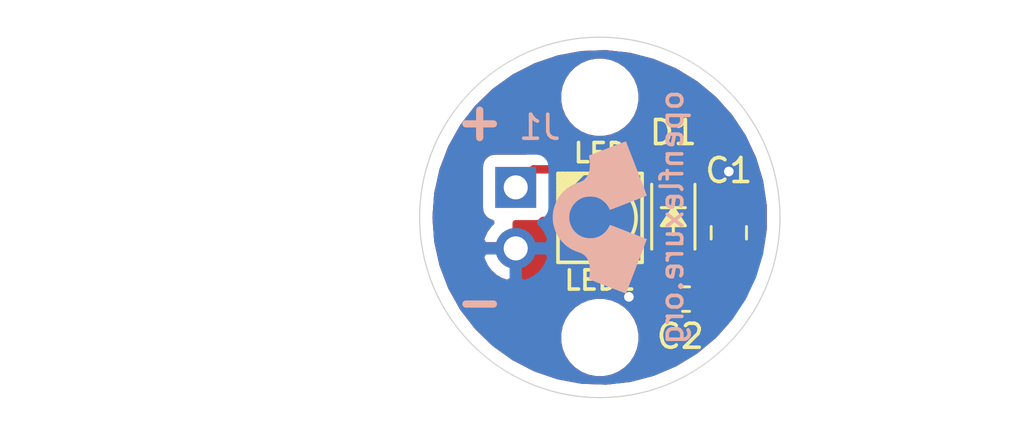
<source format=kicad_pcb>
(kicad_pcb (version 20171130) (host pcbnew 5.1.9)

  (general
    (thickness 1.6)
    (drawings 6)
    (tracks 20)
    (zones 0)
    (modules 8)
    (nets 4)
  )

  (page A4)
  (layers
    (0 F.Cu signal)
    (31 B.Cu signal)
    (32 B.Adhes user)
    (33 F.Adhes user)
    (34 B.Paste user)
    (35 F.Paste user)
    (36 B.SilkS user)
    (37 F.SilkS user)
    (38 B.Mask user)
    (39 F.Mask user)
    (40 Dwgs.User user)
    (41 Cmts.User user)
    (42 Eco1.User user)
    (43 Eco2.User user)
    (44 Edge.Cuts user)
    (45 Margin user)
    (46 B.CrtYd user)
    (47 F.CrtYd user)
    (48 B.Fab user)
    (49 F.Fab user)
  )

  (setup
    (last_trace_width 0.35)
    (trace_clearance 0.2)
    (zone_clearance 0.508)
    (zone_45_only no)
    (trace_min 0.2)
    (via_size 0.8)
    (via_drill 0.4)
    (via_min_size 0.4)
    (via_min_drill 0.3)
    (uvia_size 0.3)
    (uvia_drill 0.1)
    (uvias_allowed no)
    (uvia_min_size 0.2)
    (uvia_min_drill 0.1)
    (edge_width 0.05)
    (segment_width 0.2)
    (pcb_text_width 0.3)
    (pcb_text_size 1.5 1.5)
    (mod_edge_width 0.12)
    (mod_text_size 1 1)
    (mod_text_width 0.15)
    (pad_size 1.524 1.524)
    (pad_drill 0.762)
    (pad_to_mask_clearance 0.051)
    (solder_mask_min_width 0.25)
    (aux_axis_origin 0 0)
    (grid_origin 170 85)
    (visible_elements FFFFFF7F)
    (pcbplotparams
      (layerselection 0x010f0_ffffffff)
      (usegerberextensions false)
      (usegerberattributes false)
      (usegerberadvancedattributes false)
      (creategerberjobfile false)
      (excludeedgelayer true)
      (linewidth 0.100000)
      (plotframeref false)
      (viasonmask false)
      (mode 1)
      (useauxorigin false)
      (hpglpennumber 1)
      (hpglpenspeed 20)
      (hpglpendiameter 15.000000)
      (psnegative false)
      (psa4output false)
      (plotreference true)
      (plotvalue true)
      (plotinvisibletext false)
      (padsonsilk false)
      (subtractmaskfromsilk false)
      (outputformat 1)
      (mirror false)
      (drillshape 0)
      (scaleselection 1)
      (outputdirectory "gerbers/"))
  )

  (net 0 "")
  (net 1 GND)
  (net 2 "Net-(C1-Pad1)")
  (net 3 "Net-(D1-Pad1)")

  (net_class Default "This is the default net class."
    (clearance 0.2)
    (trace_width 0.35)
    (via_dia 0.8)
    (via_drill 0.4)
    (uvia_dia 0.3)
    (uvia_drill 0.1)
    (add_net GND)
    (add_net "Net-(C1-Pad1)")
    (add_net "Net-(D1-Pad1)")
  )

  (module Custom:PinHeader_1x02_P2.54mm_Horizontal (layer B.Cu) (tedit 6081C4A1) (tstamp 5F88D936)
    (at 166.5 83.75 180)
    (descr "Through hole angled pin header, 1x02, 2.54mm pitch, 6mm pin length, single row")
    (tags "Through hole angled pin header THT 1x02 2.54mm single row")
    (path /5F892E99)
    (fp_text reference J1 (at -1 2.5) (layer B.SilkS)
      (effects (font (size 1 1) (thickness 0.15)) (justify mirror))
    )
    (fp_text value Conn_01x02 (at 4.385 -4.81) (layer B.Fab)
      (effects (font (size 1 1) (thickness 0.15)) (justify mirror))
    )
    (fp_line (start 2.135 1.27) (end 4.04 1.27) (layer B.Fab) (width 0.1))
    (fp_line (start 4.04 1.27) (end 4.04 -3.81) (layer B.Fab) (width 0.1))
    (fp_line (start 4.04 -3.81) (end 1.5 -3.81) (layer B.Fab) (width 0.1))
    (fp_line (start 1.5 -3.81) (end 1.5 0.635) (layer B.Fab) (width 0.1))
    (fp_line (start 1.5 0.635) (end 2.135 1.27) (layer B.Fab) (width 0.1))
    (fp_line (start -0.32 0.32) (end 1.5 0.32) (layer B.Fab) (width 0.1))
    (fp_line (start -0.32 0.32) (end -0.32 -0.32) (layer B.Fab) (width 0.1))
    (fp_line (start -0.32 -0.32) (end 1.5 -0.32) (layer B.Fab) (width 0.1))
    (fp_line (start 4.04 0.32) (end 10.04 0.32) (layer B.Fab) (width 0.1))
    (fp_line (start 10.04 0.32) (end 10.04 -0.32) (layer B.Fab) (width 0.1))
    (fp_line (start 4.04 -0.32) (end 10.04 -0.32) (layer B.Fab) (width 0.1))
    (fp_line (start -0.32 -2.22) (end 1.5 -2.22) (layer B.Fab) (width 0.1))
    (fp_line (start -0.32 -2.22) (end -0.32 -2.86) (layer B.Fab) (width 0.1))
    (fp_line (start -0.32 -2.86) (end 1.5 -2.86) (layer B.Fab) (width 0.1))
    (fp_line (start 4.04 -2.22) (end 10.04 -2.22) (layer B.Fab) (width 0.1))
    (fp_line (start 10.04 -2.22) (end 10.04 -2.86) (layer B.Fab) (width 0.1))
    (fp_line (start 4.04 -2.86) (end 10.04 -2.86) (layer B.Fab) (width 0.1))
    (fp_line (start -1.8 1.8) (end -1.8 -4.35) (layer B.CrtYd) (width 0.05))
    (fp_line (start -1.8 -4.35) (end 10.55 -4.35) (layer B.CrtYd) (width 0.05))
    (fp_line (start 10.55 -4.35) (end 10.55 1.8) (layer B.CrtYd) (width 0.05))
    (fp_line (start 10.55 1.8) (end -1.8 1.8) (layer B.CrtYd) (width 0.05))
    (fp_text user %R (at 2.77 -1.27 -90) (layer B.Fab)
      (effects (font (size 1 1) (thickness 0.15)) (justify mirror))
    )
    (pad 2 thru_hole oval (at 0 -2.54 180) (size 1.7 1.7) (drill 1) (layers *.Cu *.Mask)
      (net 1 GND))
    (pad 1 thru_hole rect (at 0 0 180) (size 1.7 1.7) (drill 1) (layers *.Cu *.Mask)
      (net 2 "Net-(C1-Pad1)"))
    (model ${KISYS3DMOD}/Connector_PinHeader_2.54mm.3dshapes/PinHeader_1x02_P2.54mm_Horizontal.wrl
      (at (xyz 0 0 0))
      (scale (xyz 1 1 1))
      (rotate (xyz 0 0 0))
    )
  )

  (module Custom:Luxeon_3535L (layer F.Cu) (tedit 6074793B) (tstamp 605981C2)
    (at 170.01 85.02 180)
    (descr "Luxeon 3535L")
    (path /5F887C3E)
    (attr smd)
    (fp_text reference LED1 (at 0 -2.6) (layer F.SilkS)
      (effects (font (size 0.8 0.8) (thickness 0.15)))
    )
    (fp_text value LED (at 0 2.7) (layer F.SilkS)
      (effects (font (size 0.8 0.8) (thickness 0.15)))
    )
    (fp_line (start -1.75 -1.85) (end 1.75 -1.85) (layer F.SilkS) (width 0.15))
    (fp_line (start 1.75 -1.85) (end 1.75 1.85) (layer F.SilkS) (width 0.15))
    (fp_line (start 1.75 1.85) (end -1.75 1.85) (layer F.SilkS) (width 0.15))
    (fp_line (start -1.75 1.85) (end -1.75 -1.85) (layer F.SilkS) (width 0.15))
    (fp_circle (center 0 0) (end 1.5 0) (layer F.SilkS) (width 0.15))
    (fp_line (start 1 1.85) (end 1.75 1.1) (layer F.SilkS) (width 0.15))
    (fp_line (start 0.85 1.85) (end 1.75 0.95) (layer F.SilkS) (width 0.15))
    (fp_line (start 0.7 1.85) (end 1.75 0.8) (layer F.SilkS) (width 0.15))
    (fp_line (start 1.15 1.85) (end 1.75 1.25) (layer F.SilkS) (width 0.15))
    (fp_line (start 1.35 1.85) (end 1.75 1.45) (layer F.SilkS) (width 0.15))
    (fp_line (start 1.55 1.85) (end 1.75 1.65) (layer F.SilkS) (width 0.15))
    (pad 1 smd rect (at 0.835 0 180) (size 2.13 2.6) (layers F.Cu F.Paste F.Mask)
      (net 1 GND) (solder_paste_margin -0.05))
    (pad 2 smd rect (at -1.39 0 180) (size 1.02 2.6) (layers F.Cu F.Paste F.Mask)
      (net 3 "Net-(D1-Pad1)") (solder_paste_margin -0.05))
    (model ${KIPRJMOD}/Custom.pretty/3d/L135-40800CHV00001.step
      (at (xyz 0 0 0))
      (scale (xyz 1 1 1))
      (rotate (xyz -90 0 0))
    )
  )

  (module Custom:SOD3716X135N (layer F.Cu) (tedit 6058FB64) (tstamp 605A06CD)
    (at 173.06 84.97 270)
    (path /6058CCAD)
    (attr smd)
    (fp_text reference D1 (at -3.5 0 180) (layer F.SilkS)
      (effects (font (size 1 1) (thickness 0.15)))
    )
    (fp_text value NSI45020T1G (at 3.47715 1.87031 90) (layer F.Fab)
      (effects (font (size 0.801417 0.801417) (thickness 0.015)))
    )
    (fp_line (start 0.75 0) (end -0.75 0) (layer F.SilkS) (width 0.127))
    (fp_line (start -0.375 -0.5) (end -0.375 0.5) (layer F.SilkS) (width 0.127))
    (fp_poly (pts (xy -0.375 0) (xy 0.375 -0.5) (xy 0.375 0.5)) (layer F.SilkS) (width 0.127))
    (fp_line (start -2.54 1.15) (end -2.54 -1.15) (layer F.CrtYd) (width 0.05))
    (fp_line (start 2.54 1.15) (end -2.54 1.15) (layer F.CrtYd) (width 0.05))
    (fp_line (start 2.54 -1.15) (end 2.54 1.15) (layer F.CrtYd) (width 0.05))
    (fp_line (start -2.54 -1.15) (end 2.54 -1.15) (layer F.CrtYd) (width 0.05))
    (fp_line (start -1.35 0.9) (end 1.35 0.9) (layer F.SilkS) (width 0.127))
    (fp_line (start -1.35 -0.9) (end 1.35 -0.9) (layer F.SilkS) (width 0.127))
    (fp_line (start 1.42 0.9) (end -1.42 0.9) (layer F.Fab) (width 0.127))
    (fp_line (start 1.42 -0.9) (end 1.42 0.9) (layer F.Fab) (width 0.127))
    (fp_line (start -1.42 -0.9) (end 1.42 -0.9) (layer F.Fab) (width 0.127))
    (fp_line (start -1.42 0.9) (end -1.42 -0.9) (layer F.Fab) (width 0.127))
    (pad 1 smd rect (at -1.73 0 270) (size 1.12 0.8) (layers F.Cu F.Paste F.Mask)
      (net 3 "Net-(D1-Pad1)"))
    (pad 2 smd rect (at 1.73 0 270) (size 1.12 0.8) (layers F.Cu F.Paste F.Mask)
      (net 2 "Net-(C1-Pad1)"))
    (model ${KISYS3DMOD}/Diode_SMD.3dshapes/D_SOD-123.step
      (at (xyz 0 0 0))
      (scale (xyz 1 1 1))
      (rotate (xyz 0 0 0))
    )
  )

  (module Custom:OFM (layer B.Cu) (tedit 0) (tstamp 605985AB)
    (at 170 85 270)
    (path /6058F3DA)
    (fp_text reference LOGO1 (at 0 0 90) (layer B.SilkS) hide
      (effects (font (size 1.524 1.524) (thickness 0.3)) (justify mirror))
    )
    (fp_text value LOGO (at 0.75 0 90) (layer B.SilkS) hide
      (effects (font (size 1.524 1.524) (thickness 0.3)) (justify mirror))
    )
    (fp_poly (pts (xy 0.043905 1.952889) (xy 0.10313 1.951248) (xy 0.157362 1.948266) (xy 0.203663 1.943945)
      (xy 0.225425 1.940876) (xy 0.366081 1.911508) (xy 0.500349 1.871169) (xy 0.628219 1.819863)
      (xy 0.749682 1.757594) (xy 0.864729 1.684368) (xy 0.973352 1.600188) (xy 1.041836 1.538327)
      (xy 1.134966 1.441939) (xy 1.216934 1.341587) (xy 1.288603 1.235894) (xy 1.350834 1.12348)
      (xy 1.404491 1.002969) (xy 1.44205 0.899112) (xy 1.455095 0.861151) (xy 1.469293 0.822731)
      (xy 1.483184 0.78763) (xy 1.495306 0.759626) (xy 1.498724 0.752475) (xy 1.540637 0.682052)
      (xy 1.592934 0.618154) (xy 1.654673 0.561562) (xy 1.72491 0.51306) (xy 1.802703 0.473429)
      (xy 1.861964 0.45112) (xy 1.907532 0.437375) (xy 1.950957 0.426854) (xy 1.995318 0.4191)
      (xy 2.043693 0.413657) (xy 2.099162 0.410066) (xy 2.151238 0.408208) (xy 2.225031 0.407226)
      (xy 2.290154 0.408694) (xy 2.350454 0.412915) (xy 2.409778 0.420192) (xy 2.471972 0.43083)
      (xy 2.494633 0.435302) (xy 2.523471 0.440938) (xy 2.547399 0.445199) (xy 2.563898 0.447665)
      (xy 2.570433 0.447934) (xy 2.573354 0.441451) (xy 2.580462 0.424008) (xy 2.591428 0.396457)
      (xy 2.605924 0.359651) (xy 2.623623 0.314442) (xy 2.644195 0.261683) (xy 2.667314 0.202226)
      (xy 2.69265 0.136925) (xy 2.719876 0.066631) (xy 2.748664 -0.007803) (xy 2.778685 -0.085524)
      (xy 2.809611 -0.165679) (xy 2.841114 -0.247417) (xy 2.872866 -0.329885) (xy 2.904539 -0.412229)
      (xy 2.935804 -0.493598) (xy 2.966335 -0.573139) (xy 2.995801 -0.649999) (xy 3.023876 -0.723326)
      (xy 3.050231 -0.792268) (xy 3.074538 -0.85597) (xy 3.096469 -0.913582) (xy 3.115695 -0.964251)
      (xy 3.131889 -1.007123) (xy 3.144723 -1.041347) (xy 3.153868 -1.066069) (xy 3.158996 -1.080438)
      (xy 3.16001 -1.083906) (xy 3.153381 -1.086961) (xy 3.135643 -1.094263) (xy 3.107499 -1.105543)
      (xy 3.069653 -1.120529) (xy 3.022807 -1.138951) (xy 2.967663 -1.160537) (xy 2.904926 -1.185018)
      (xy 2.835297 -1.212122) (xy 2.759479 -1.241579) (xy 2.678176 -1.273118) (xy 2.592089 -1.306469)
      (xy 2.501923 -1.34136) (xy 2.408379 -1.377522) (xy 2.312161 -1.414682) (xy 2.213972 -1.452571)
      (xy 2.114513 -1.490919) (xy 2.014489 -1.529453) (xy 1.914602 -1.567904) (xy 1.815554 -1.606001)
      (xy 1.718049 -1.643473) (xy 1.62279 -1.680049) (xy 1.530479 -1.715459) (xy 1.441818 -1.749432)
      (xy 1.357512 -1.781698) (xy 1.278263 -1.811985) (xy 1.204773 -1.840023) (xy 1.137746 -1.865541)
      (xy 1.077884 -1.888269) (xy 1.02589 -1.907936) (xy 0.982467 -1.924271) (xy 0.948318 -1.937003)
      (xy 0.924146 -1.945862) (xy 0.910653 -1.950577) (xy 0.907941 -1.951291) (xy 0.905015 -1.944716)
      (xy 0.897881 -1.927189) (xy 0.88689 -1.899611) (xy 0.872395 -1.862883) (xy 0.854748 -1.817903)
      (xy 0.834302 -1.765575) (xy 0.81141 -1.706797) (xy 0.786422 -1.642472) (xy 0.759692 -1.573498)
      (xy 0.731572 -1.500778) (xy 0.720923 -1.4732) (xy 0.692238 -1.398919) (xy 0.664726 -1.327751)
      (xy 0.63875 -1.26063) (xy 0.614675 -1.198494) (xy 0.592863 -1.142277) (xy 0.573678 -1.092916)
      (xy 0.557483 -1.051348) (xy 0.544643 -1.018507) (xy 0.535522 -0.995331) (xy 0.530481 -0.982755)
      (xy 0.529768 -0.981075) (xy 0.525226 -0.970115) (xy 0.516965 -0.949319) (xy 0.505534 -0.920116)
      (xy 0.49148 -0.883938) (xy 0.475351 -0.842218) (xy 0.457695 -0.796387) (xy 0.439059 -0.747876)
      (xy 0.419992 -0.698117) (xy 0.401042 -0.648542) (xy 0.382755 -0.600581) (xy 0.36568 -0.555668)
      (xy 0.350365 -0.515233) (xy 0.337358 -0.480709) (xy 0.327206 -0.453526) (xy 0.320457 -0.435116)
      (xy 0.31766 -0.426911) (xy 0.317614 -0.426652) (xy 0.323004 -0.422211) (xy 0.33745 -0.413715)
      (xy 0.358527 -0.402531) (xy 0.375645 -0.393972) (xy 0.468948 -0.341655) (xy 0.554252 -0.280066)
      (xy 0.630941 -0.209896) (xy 0.698398 -0.131842) (xy 0.756006 -0.046595) (xy 0.803147 0.045149)
      (xy 0.831571 0.118723) (xy 0.851699 0.194298) (xy 0.864501 0.2768) (xy 0.87011 0.363622)
      (xy 0.868655 0.452156) (xy 0.860269 0.539795) (xy 0.845081 0.62393) (xy 0.823223 0.701955)
      (xy 0.799275 0.761999) (xy 0.748568 0.855954) (xy 0.688336 0.94201) (xy 0.619328 1.01961)
      (xy 0.542296 1.088195) (xy 0.457991 1.147208) (xy 0.367163 1.196089) (xy 0.270563 1.234282)
      (xy 0.168942 1.261227) (xy 0.11521 1.270489) (xy 0.080992 1.27367) (xy 0.038349 1.275122)
      (xy -0.009161 1.274961) (xy -0.057976 1.273305) (xy -0.104536 1.270269) (xy -0.145282 1.265972)
      (xy -0.174625 1.260991) (xy -0.278843 1.231554) (xy -0.377052 1.191203) (xy -0.468641 1.140425)
      (xy -0.552999 1.079705) (xy -0.629514 1.00953) (xy -0.697574 0.930386) (xy -0.756568 0.84276)
      (xy -0.797137 0.766214) (xy -0.828749 0.685292) (xy -0.851434 0.595479) (xy -0.865157 0.49695)
      (xy -0.869885 0.38988) (xy -0.869888 0.38735) (xy -0.869164 0.347071) (xy -0.867176 0.305644)
      (xy -0.86421 0.267645) (xy -0.860552 0.237649) (xy -0.860454 0.237036) (xy -0.838408 0.139551)
      (xy -0.804579 0.046524) (xy -0.758891 -0.042192) (xy -0.701267 -0.12674) (xy -0.63163 -0.207266)
      (xy -0.619442 -0.219713) (xy -0.560141 -0.274902) (xy -0.499667 -0.321699) (xy -0.433884 -0.363056)
      (xy -0.375694 -0.3937) (xy -0.351429 -0.406022) (xy -0.332123 -0.416588) (xy -0.320189 -0.424032)
      (xy -0.317515 -0.426652) (xy -0.319708 -0.433282) (xy -0.325927 -0.450317) (xy -0.335619 -0.476314)
      (xy -0.348233 -0.509831) (xy -0.363217 -0.549427) (xy -0.38002 -0.593659) (xy -0.398089 -0.641086)
      (xy -0.416874 -0.690264) (xy -0.435823 -0.739753) (xy -0.454384 -0.788109) (xy -0.472005 -0.833892)
      (xy -0.488135 -0.875658) (xy -0.502222 -0.911966) (xy -0.513715 -0.941374) (xy -0.522061 -0.96244)
      (xy -0.52671 -0.973721) (xy -0.527171 -0.974725) (xy -0.530377 -0.982501) (xy -0.537803 -1.001215)
      (xy -0.549095 -1.029956) (xy -0.5639 -1.067815) (xy -0.581862 -1.113881) (xy -0.602627 -1.167245)
      (xy -0.625842 -1.226996) (xy -0.651151 -1.292224) (xy -0.678201 -1.362019) (xy -0.706637 -1.435472)
      (xy -0.719898 -1.469755) (xy -0.748773 -1.54426) (xy -0.776414 -1.61528) (xy -0.802472 -1.681931)
      (xy -0.826595 -1.743331) (xy -0.848433 -1.798596) (xy -0.867635 -1.846844) (xy -0.88385 -1.887192)
      (xy -0.896729 -1.918757) (xy -0.905919 -1.940655) (xy -0.911071 -1.952004) (xy -0.912005 -1.953444)
      (xy -0.918403 -1.951324) (xy -0.93606 -1.944829) (xy -0.964396 -1.934184) (xy -1.002831 -1.919611)
      (xy -1.050785 -1.901333) (xy -1.107677 -1.879574) (xy -1.172928 -1.854556) (xy -1.245958 -1.826502)
      (xy -1.326186 -1.795635) (xy -1.413033 -1.762178) (xy -1.505919 -1.726355) (xy -1.604263 -1.688388)
      (xy -1.707485 -1.6485) (xy -1.815006 -1.606915) (xy -1.926245 -1.563854) (xy -2.037329 -1.520819)
      (xy -2.151607 -1.476517) (xy -2.262707 -1.433428) (xy -2.37005 -1.391776) (xy -2.473058 -1.351787)
      (xy -2.571151 -1.313686) (xy -2.66375 -1.277697) (xy -2.750278 -1.244048) (xy -2.830155 -1.212962)
      (xy -2.902802 -1.184666) (xy -2.967642 -1.159384) (xy -3.024094 -1.137342) (xy -3.071581 -1.118765)
      (xy -3.109524 -1.103879) (xy -3.137343 -1.092908) (xy -3.154461 -1.086079) (xy -3.160293 -1.083623)
      (xy -3.158352 -1.077546) (xy -3.152148 -1.060479) (xy -3.142011 -1.033276) (xy -3.128268 -0.996789)
      (xy -3.111248 -0.951871) (xy -3.091279 -0.899373) (xy -3.06869 -0.840148) (xy -3.043808 -0.77505)
      (xy -3.016963 -0.70493) (xy -2.988482 -0.63064) (xy -2.958693 -0.553033) (xy -2.927926 -0.472962)
      (xy -2.896508 -0.39128) (xy -2.864767 -0.308837) (xy -2.833033 -0.226488) (xy -2.801633 -0.145084)
      (xy -2.770895 -0.065477) (xy -2.741148 0.011478) (xy -2.712721 0.084932) (xy -2.685941 0.154029)
      (xy -2.661136 0.21792) (xy -2.638636 0.27575) (xy -2.618769 0.326667) (xy -2.601862 0.36982)
      (xy -2.588244 0.404355) (xy -2.578243 0.42942) (xy -2.572188 0.444163) (xy -2.570434 0.447934)
      (xy -2.563691 0.44764) (xy -2.547043 0.445139) (xy -2.523009 0.440851) (xy -2.494634 0.435302)
      (xy -2.430578 0.423444) (xy -2.370716 0.41505) (xy -2.311201 0.409817) (xy -2.248185 0.40744)
      (xy -2.177822 0.407618) (xy -2.151239 0.408214) (xy -2.073125 0.411735) (xy -2.004832 0.418221)
      (xy -1.94371 0.428246) (xy -1.887107 0.442384) (xy -1.832372 0.461209) (xy -1.776855 0.485294)
      (xy -1.762125 0.49241) (xy -1.690564 0.534299) (xy -1.625523 0.585824) (xy -1.568523 0.645482)
      (xy -1.521087 0.711773) (xy -1.498679 0.75242) (xy -1.487494 0.777216) (xy -1.474047 0.810375)
      (xy -1.459799 0.848116) (xy -1.446209 0.88666) (xy -1.442051 0.899112) (xy -1.394843 1.026758)
      (xy -1.33984 1.14518) (xy -1.276139 1.255822) (xy -1.20284 1.360126) (xy -1.119041 1.459533)
      (xy -1.043632 1.5367) (xy -0.940023 1.627951) (xy -0.829999 1.708293) (xy -0.713483 1.777765)
      (xy -0.590399 1.836403) (xy -0.46067 1.884246) (xy -0.324219 1.921332) (xy -0.224329 1.940967)
      (xy -0.184192 1.946037) (xy -0.134363 1.949763) (xy -0.077779 1.952147) (xy -0.017377 1.953189)
      (xy 0.043905 1.952889)) (layer B.SilkS) (width 0.01))
  )

  (module Capacitor_SMD:C_0603_1608Metric_Pad1.08x0.95mm_HandSolder (layer F.Cu) (tedit 5F68FEEF) (tstamp 6074954B)
    (at 173.59 88.4 180)
    (descr "Capacitor SMD 0603 (1608 Metric), square (rectangular) end terminal, IPC_7351 nominal with elongated pad for handsoldering. (Body size source: IPC-SM-782 page 76, https://www.pcb-3d.com/wordpress/wp-content/uploads/ipc-sm-782a_amendment_1_and_2.pdf), generated with kicad-footprint-generator")
    (tags "capacitor handsolder")
    (path /60592327)
    (attr smd)
    (fp_text reference C2 (at 0.24 -1.55) (layer F.SilkS)
      (effects (font (size 1 1) (thickness 0.15)))
    )
    (fp_text value 0.1uF (at 0 1.43) (layer F.Fab)
      (effects (font (size 1 1) (thickness 0.15)))
    )
    (fp_line (start 1.65 0.73) (end -1.65 0.73) (layer F.CrtYd) (width 0.05))
    (fp_line (start 1.65 -0.73) (end 1.65 0.73) (layer F.CrtYd) (width 0.05))
    (fp_line (start -1.65 -0.73) (end 1.65 -0.73) (layer F.CrtYd) (width 0.05))
    (fp_line (start -1.65 0.73) (end -1.65 -0.73) (layer F.CrtYd) (width 0.05))
    (fp_line (start -0.146267 0.51) (end 0.146267 0.51) (layer F.SilkS) (width 0.12))
    (fp_line (start -0.146267 -0.51) (end 0.146267 -0.51) (layer F.SilkS) (width 0.12))
    (fp_line (start 0.8 0.4) (end -0.8 0.4) (layer F.Fab) (width 0.1))
    (fp_line (start 0.8 -0.4) (end 0.8 0.4) (layer F.Fab) (width 0.1))
    (fp_line (start -0.8 -0.4) (end 0.8 -0.4) (layer F.Fab) (width 0.1))
    (fp_line (start -0.8 0.4) (end -0.8 -0.4) (layer F.Fab) (width 0.1))
    (fp_text user %R (at 0 0) (layer F.Fab)
      (effects (font (size 0.4 0.4) (thickness 0.06)))
    )
    (pad 2 smd roundrect (at 0.8625 0 180) (size 1.075 0.95) (layers F.Cu F.Paste F.Mask) (roundrect_rratio 0.25)
      (net 1 GND))
    (pad 1 smd roundrect (at -0.8625 0 180) (size 1.075 0.95) (layers F.Cu F.Paste F.Mask) (roundrect_rratio 0.25)
      (net 2 "Net-(C1-Pad1)"))
    (model ${KISYS3DMOD}/Capacitor_SMD.3dshapes/C_0603_1608Metric.wrl
      (at (xyz 0 0 0))
      (scale (xyz 1 1 1))
      (rotate (xyz 0 0 0))
    )
  )

  (module Capacitor_SMD:C_0805_2012Metric_Pad1.18x1.45mm_HandSolder (layer F.Cu) (tedit 5F68FEEF) (tstamp 60762771)
    (at 175.37 85.64 90)
    (descr "Capacitor SMD 0805 (2012 Metric), square (rectangular) end terminal, IPC_7351 nominal with elongated pad for handsoldering. (Body size source: IPC-SM-782 page 76, https://www.pcb-3d.com/wordpress/wp-content/uploads/ipc-sm-782a_amendment_1_and_2.pdf, https://docs.google.com/spreadsheets/d/1BsfQQcO9C6DZCsRaXUlFlo91Tg2WpOkGARC1WS5S8t0/edit?usp=sharing), generated with kicad-footprint-generator")
    (tags "capacitor handsolder")
    (path /6058F5DF)
    (attr smd)
    (fp_text reference C1 (at 2.59 0 180) (layer F.SilkS)
      (effects (font (size 1 1) (thickness 0.15)))
    )
    (fp_text value 10uF (at 0 1.68 90) (layer F.Fab)
      (effects (font (size 1 1) (thickness 0.15)))
    )
    (fp_line (start 1.88 0.98) (end -1.88 0.98) (layer F.CrtYd) (width 0.05))
    (fp_line (start 1.88 -0.98) (end 1.88 0.98) (layer F.CrtYd) (width 0.05))
    (fp_line (start -1.88 -0.98) (end 1.88 -0.98) (layer F.CrtYd) (width 0.05))
    (fp_line (start -1.88 0.98) (end -1.88 -0.98) (layer F.CrtYd) (width 0.05))
    (fp_line (start -0.261252 0.735) (end 0.261252 0.735) (layer F.SilkS) (width 0.12))
    (fp_line (start -0.261252 -0.735) (end 0.261252 -0.735) (layer F.SilkS) (width 0.12))
    (fp_line (start 1 0.625) (end -1 0.625) (layer F.Fab) (width 0.1))
    (fp_line (start 1 -0.625) (end 1 0.625) (layer F.Fab) (width 0.1))
    (fp_line (start -1 -0.625) (end 1 -0.625) (layer F.Fab) (width 0.1))
    (fp_line (start -1 0.625) (end -1 -0.625) (layer F.Fab) (width 0.1))
    (fp_text user %R (at 0 0 90) (layer F.Fab)
      (effects (font (size 0.5 0.5) (thickness 0.08)))
    )
    (pad 2 smd roundrect (at 1.0375 0 90) (size 1.175 1.45) (layers F.Cu F.Paste F.Mask) (roundrect_rratio 0.2127659574468085)
      (net 1 GND))
    (pad 1 smd roundrect (at -1.0375 0 90) (size 1.175 1.45) (layers F.Cu F.Paste F.Mask) (roundrect_rratio 0.2127659574468085)
      (net 2 "Net-(C1-Pad1)"))
    (model ${KISYS3DMOD}/Capacitor_SMD.3dshapes/C_0805_2012Metric.wrl
      (at (xyz 0 0 0))
      (scale (xyz 1 1 1))
      (rotate (xyz 0 0 0))
    )
  )

  (module MountingHole:MountingHole_2.2mm_M2 (layer B.Cu) (tedit 56D1B4CB) (tstamp 605A0657)
    (at 170 90)
    (descr "Mounting Hole 2.2mm, no annular, M2")
    (tags "mounting hole 2.2mm no annular m2")
    (path /5F8942D1)
    (attr virtual)
    (fp_text reference H2 (at 1 -6) (layer B.SilkS) hide
      (effects (font (size 1 1) (thickness 0.15)) (justify mirror))
    )
    (fp_text value MountingHole (at 0 -3.2) (layer B.Fab)
      (effects (font (size 1 1) (thickness 0.15)) (justify mirror))
    )
    (fp_circle (center 0 0) (end 2.45 0) (layer B.CrtYd) (width 0.05))
    (fp_circle (center 0 0) (end 2.2 0) (layer Cmts.User) (width 0.15))
    (fp_text user %R (at 0.3 0) (layer B.Fab)
      (effects (font (size 1 1) (thickness 0.15)) (justify mirror))
    )
    (pad 1 np_thru_hole circle (at 0 0) (size 2.2 2.2) (drill 2.2) (layers *.Cu *.Mask))
  )

  (module MountingHole:MountingHole_2.2mm_M2 (layer B.Cu) (tedit 56D1B4CB) (tstamp 605A0686)
    (at 170 80)
    (descr "Mounting Hole 2.2mm, no annular, M2")
    (tags "mounting hole 2.2mm no annular m2")
    (path /5F893E92)
    (attr virtual)
    (fp_text reference H1 (at -1 -17) (layer B.SilkS) hide
      (effects (font (size 1 1) (thickness 0.15)) (justify mirror))
    )
    (fp_text value MountingHole (at 0 -3.2) (layer B.Fab)
      (effects (font (size 1 1) (thickness 0.15)) (justify mirror))
    )
    (fp_circle (center 0 0) (end 2.45 0) (layer B.CrtYd) (width 0.05))
    (fp_circle (center 0 0) (end 2.2 0) (layer Cmts.User) (width 0.15))
    (fp_text user %R (at 0.3 0) (layer B.Fab)
      (effects (font (size 1 1) (thickness 0.15)) (justify mirror))
    )
    (pad 1 np_thru_hole circle (at 0 0) (size 2.2 2.2) (drill 2.2) (layers *.Cu *.Mask))
  )

  (dimension 10 (width 0.12) (layer Dwgs.User)
    (gr_text "10.000 mm" (at 148.73 85 -90) (layer Dwgs.User)
      (effects (font (size 1 1) (thickness 0.15)))
    )
    (feature1 (pts (xy 170 90) (xy 149.413579 90)))
    (feature2 (pts (xy 170 80) (xy 149.413579 80)))
    (crossbar (pts (xy 150 80) (xy 150 90)))
    (arrow1a (pts (xy 150 90) (xy 149.413579 88.873496)))
    (arrow1b (pts (xy 150 90) (xy 150.586421 88.873496)))
    (arrow2a (pts (xy 150 80) (xy 149.413579 81.126504)))
    (arrow2b (pts (xy 150 80) (xy 150.586421 81.126504)))
  )
  (dimension 15 (width 0.12) (layer Dwgs.User)
    (gr_text "15.000 mm" (at 186.27 85 -90) (layer Dwgs.User)
      (effects (font (size 1 1) (thickness 0.15)))
    )
    (feature1 (pts (xy 170 92.5) (xy 185.586421 92.5)))
    (feature2 (pts (xy 170 77.5) (xy 185.586421 77.5)))
    (crossbar (pts (xy 185 77.5) (xy 185 92.5)))
    (arrow1a (pts (xy 185 92.5) (xy 184.413579 91.373496)))
    (arrow1b (pts (xy 185 92.5) (xy 185.586421 91.373496)))
    (arrow2a (pts (xy 185 77.5) (xy 184.413579 78.626504)))
    (arrow2b (pts (xy 185 77.5) (xy 185.586421 78.626504)))
  )
  (gr_text - (at 165 88.5) (layer B.SilkS)
    (effects (font (size 1.5 1.5) (thickness 0.3)))
  )
  (gr_text + (at 165 81) (layer B.SilkS)
    (effects (font (size 1.5 1.5) (thickness 0.3)))
  )
  (gr_text openflexure.org (at 173 85 90) (layer B.SilkS)
    (effects (font (size 0.91 0.91) (thickness 0.15)) (justify mirror))
  )
  (gr_circle (center 170 85) (end 177.5 85) (layer Edge.Cuts) (width 0.05))

  (via (at 175.37 83.09) (size 0.8) (drill 0.4) (layers F.Cu B.Cu) (net 1))
  (via (at 171.21 88.31) (size 0.8) (drill 0.4) (layers F.Cu B.Cu) (net 1))
  (segment (start 166.5 86.29) (end 167.64 85.15) (width 0.35) (layer F.Cu) (net 1))
  (segment (start 169.045 85.15) (end 169.175 85.02) (width 0.35) (layer F.Cu) (net 1))
  (segment (start 167.64 85.15) (end 169.045 85.15) (width 0.35) (layer F.Cu) (net 1))
  (segment (start 175.37 87.4825) (end 174.4525 88.4) (width 0.35) (layer F.Cu) (net 2))
  (segment (start 175.37 86.6775) (end 175.37 87.4825) (width 0.35) (layer F.Cu) (net 2))
  (segment (start 174.4525 88.0925) (end 173.06 86.7) (width 0.35) (layer F.Cu) (net 2))
  (segment (start 174.4525 88.4) (end 174.4525 88.0925) (width 0.35) (layer F.Cu) (net 2))
  (segment (start 174.26999 82.814988) (end 174.26999 85.57749) (width 0.35) (layer F.Cu) (net 2))
  (segment (start 173.760001 82.304999) (end 174.26999 82.814988) (width 0.35) (layer F.Cu) (net 2))
  (segment (start 171.865001 82.304999) (end 173.760001 82.304999) (width 0.35) (layer F.Cu) (net 2))
  (segment (start 171.17 83) (end 171.865001 82.304999) (width 0.35) (layer F.Cu) (net 2))
  (segment (start 174.26999 85.57749) (end 175.37 86.6775) (width 0.35) (layer F.Cu) (net 2))
  (segment (start 167.25 83) (end 171.17 83) (width 0.35) (layer F.Cu) (net 2))
  (segment (start 166.5 83.75) (end 167.25 83) (width 0.35) (layer F.Cu) (net 2))
  (segment (start 173.06 83.24) (end 172.37 83.24) (width 0.35) (layer F.Cu) (net 3))
  (segment (start 171.707831 83.24) (end 172.37 83.24) (width 0.35) (layer F.Cu) (net 3))
  (segment (start 171.4 83.547831) (end 171.707831 83.24) (width 0.35) (layer F.Cu) (net 3))
  (segment (start 171.4 85.02) (end 171.4 83.547831) (width 0.35) (layer F.Cu) (net 3))

  (zone (net 1) (net_name GND) (layer B.Cu) (tstamp 608180FF) (hatch edge 0.508)
    (connect_pads (clearance 0.508))
    (min_thickness 0.254)
    (fill yes (arc_segments 32) (thermal_gap 0.508) (thermal_bridge_width 0.508))
    (polygon
      (pts
        (xy 178.5 93.5) (xy 161 93.5) (xy 161 76.5) (xy 178.5 76.5)
      )
    )
    (filled_polygon
      (pts
        (xy 171.242396 78.273779) (xy 172.208502 78.526352) (xy 173.127537 78.9169) (xy 173.979915 79.437098) (xy 174.747467 80.07586)
        (xy 175.413836 80.819572) (xy 175.964818 81.652382) (xy 176.38867 82.556541) (xy 176.676359 83.512778) (xy 176.821753 84.500712)
        (xy 176.821753 85.499288) (xy 176.676359 86.487222) (xy 176.38867 87.443459) (xy 175.964818 88.347618) (xy 175.413836 89.180428)
        (xy 174.747467 89.92414) (xy 173.979915 90.562902) (xy 173.127537 91.0831) (xy 172.208502 91.473648) (xy 171.242396 91.726221)
        (xy 170.249811 91.835437) (xy 169.251901 91.798967) (xy 168.269936 91.617588) (xy 167.324844 91.295168) (xy 166.436768 90.838577)
        (xy 165.624637 90.257546) (xy 165.180264 89.829117) (xy 168.265 89.829117) (xy 168.265 90.170883) (xy 168.331675 90.506081)
        (xy 168.462463 90.821831) (xy 168.652337 91.105998) (xy 168.894002 91.347663) (xy 169.178169 91.537537) (xy 169.493919 91.668325)
        (xy 169.829117 91.735) (xy 170.170883 91.735) (xy 170.506081 91.668325) (xy 170.821831 91.537537) (xy 171.105998 91.347663)
        (xy 171.347663 91.105998) (xy 171.537537 90.821831) (xy 171.668325 90.506081) (xy 171.735 90.170883) (xy 171.735 89.829117)
        (xy 171.668325 89.493919) (xy 171.537537 89.178169) (xy 171.347663 88.894002) (xy 171.105998 88.652337) (xy 170.821831 88.462463)
        (xy 170.506081 88.331675) (xy 170.170883 88.265) (xy 169.829117 88.265) (xy 169.493919 88.331675) (xy 169.178169 88.462463)
        (xy 168.894002 88.652337) (xy 168.652337 88.894002) (xy 168.462463 89.178169) (xy 168.331675 89.493919) (xy 168.265 89.829117)
        (xy 165.180264 89.829117) (xy 164.905758 89.564461) (xy 164.295455 88.774091) (xy 163.806734 87.903284) (xy 163.450012 86.970598)
        (xy 163.377903 86.64689) (xy 165.058524 86.64689) (xy 165.103175 86.794099) (xy 165.228359 87.05692) (xy 165.402412 87.290269)
        (xy 165.618645 87.485178) (xy 165.868748 87.634157) (xy 166.143109 87.731481) (xy 166.373 87.610814) (xy 166.373 86.417)
        (xy 166.627 86.417) (xy 166.627 87.610814) (xy 166.856891 87.731481) (xy 167.131252 87.634157) (xy 167.381355 87.485178)
        (xy 167.597588 87.290269) (xy 167.771641 87.05692) (xy 167.896825 86.794099) (xy 167.941476 86.64689) (xy 167.820155 86.417)
        (xy 166.627 86.417) (xy 166.373 86.417) (xy 165.179845 86.417) (xy 165.058524 86.64689) (xy 163.377903 86.64689)
        (xy 163.232891 85.995912) (xy 163.16 85) (xy 163.232891 84.004088) (xy 163.450012 83.029402) (xy 163.499504 82.9)
        (xy 165.011928 82.9) (xy 165.011928 84.6) (xy 165.024188 84.724482) (xy 165.060498 84.84418) (xy 165.119463 84.954494)
        (xy 165.198815 85.051185) (xy 165.295506 85.130537) (xy 165.40582 85.189502) (xy 165.486466 85.213966) (xy 165.402412 85.289731)
        (xy 165.228359 85.52308) (xy 165.103175 85.785901) (xy 165.058524 85.93311) (xy 165.179845 86.163) (xy 166.373 86.163)
        (xy 166.373 86.143) (xy 166.627 86.143) (xy 166.627 86.163) (xy 167.820155 86.163) (xy 167.941476 85.93311)
        (xy 167.896825 85.785901) (xy 167.771641 85.52308) (xy 167.597588 85.289731) (xy 167.513534 85.213966) (xy 167.59418 85.189502)
        (xy 167.704494 85.130537) (xy 167.801185 85.051185) (xy 167.880537 84.954494) (xy 167.939502 84.84418) (xy 167.975812 84.724482)
        (xy 167.988072 84.6) (xy 167.988072 82.9) (xy 167.975812 82.775518) (xy 167.939502 82.65582) (xy 167.880537 82.545506)
        (xy 167.801185 82.448815) (xy 167.704494 82.369463) (xy 167.59418 82.310498) (xy 167.474482 82.274188) (xy 167.35 82.261928)
        (xy 165.65 82.261928) (xy 165.525518 82.274188) (xy 165.40582 82.310498) (xy 165.295506 82.369463) (xy 165.198815 82.448815)
        (xy 165.119463 82.545506) (xy 165.060498 82.65582) (xy 165.024188 82.775518) (xy 165.011928 82.9) (xy 163.499504 82.9)
        (xy 163.806734 82.096716) (xy 164.295455 81.225909) (xy 164.905758 80.435539) (xy 165.534748 79.829117) (xy 168.265 79.829117)
        (xy 168.265 80.170883) (xy 168.331675 80.506081) (xy 168.462463 80.821831) (xy 168.652337 81.105998) (xy 168.894002 81.347663)
        (xy 169.178169 81.537537) (xy 169.493919 81.668325) (xy 169.829117 81.735) (xy 170.170883 81.735) (xy 170.506081 81.668325)
        (xy 170.821831 81.537537) (xy 171.105998 81.347663) (xy 171.347663 81.105998) (xy 171.537537 80.821831) (xy 171.668325 80.506081)
        (xy 171.735 80.170883) (xy 171.735 79.829117) (xy 171.668325 79.493919) (xy 171.537537 79.178169) (xy 171.347663 78.894002)
        (xy 171.105998 78.652337) (xy 170.821831 78.462463) (xy 170.506081 78.331675) (xy 170.170883 78.265) (xy 169.829117 78.265)
        (xy 169.493919 78.331675) (xy 169.178169 78.462463) (xy 168.894002 78.652337) (xy 168.652337 78.894002) (xy 168.462463 79.178169)
        (xy 168.331675 79.493919) (xy 168.265 79.829117) (xy 165.534748 79.829117) (xy 165.624637 79.742454) (xy 166.436768 79.161423)
        (xy 167.324844 78.704832) (xy 168.269936 78.382412) (xy 169.251901 78.201033) (xy 170.249811 78.164563)
      )
    )
  )
  (zone (net 1) (net_name GND) (layer F.Cu) (tstamp 6081815E) (hatch edge 0.508)
    (connect_pads (clearance 0.508))
    (min_thickness 0.254)
    (fill yes (arc_segments 32) (thermal_gap 0.508) (thermal_bridge_width 0.508))
    (polygon
      (pts
        (xy 178.5 93.5) (xy 161 93.5) (xy 161 76.5) (xy 178.5 76.5)
      )
    )
    (polygon
      (pts
        (xy 166.56 85.02) (xy 166.53 85.03) (xy 166.51 87.89) (xy 169.45 87.87) (xy 169.26 84.87)
      )
    )
    (filled_polygon
      (pts
        (xy 171.242396 78.273779) (xy 172.208502 78.526352) (xy 173.127537 78.9169) (xy 173.979915 79.437098) (xy 174.747467 80.07586)
        (xy 175.413836 80.819572) (xy 175.964818 81.652382) (xy 176.38867 82.556541) (xy 176.676359 83.512778) (xy 176.821753 84.500712)
        (xy 176.821753 85.499288) (xy 176.719021 86.197338) (xy 176.716008 86.166746) (xy 176.665472 86.00015) (xy 176.583405 85.846614)
        (xy 176.472962 85.712038) (xy 176.466406 85.706658) (xy 176.546185 85.641185) (xy 176.625537 85.544494) (xy 176.684502 85.43418)
        (xy 176.720812 85.314482) (xy 176.733072 85.19) (xy 176.73 84.88825) (xy 176.57125 84.7295) (xy 175.497 84.7295)
        (xy 175.497 84.7495) (xy 175.243 84.7495) (xy 175.243 84.7295) (xy 175.223 84.7295) (xy 175.223 84.4755)
        (xy 175.243 84.4755) (xy 175.243 83.53875) (xy 175.497 83.53875) (xy 175.497 84.4755) (xy 176.57125 84.4755)
        (xy 176.73 84.31675) (xy 176.733072 84.015) (xy 176.720812 83.890518) (xy 176.684502 83.77082) (xy 176.625537 83.660506)
        (xy 176.546185 83.563815) (xy 176.449494 83.484463) (xy 176.33918 83.425498) (xy 176.219482 83.389188) (xy 176.095 83.376928)
        (xy 175.65575 83.38) (xy 175.497 83.53875) (xy 175.243 83.53875) (xy 175.08425 83.38) (xy 175.07999 83.37997)
        (xy 175.07999 82.854775) (xy 175.083909 82.814987) (xy 175.077464 82.749551) (xy 175.06827 82.6562) (xy 175.021953 82.503515)
        (xy 174.979704 82.424472) (xy 174.946739 82.362798) (xy 174.899304 82.304999) (xy 174.845518 82.23946) (xy 174.814604 82.21409)
        (xy 174.360901 81.760387) (xy 174.335529 81.729471) (xy 174.21219 81.62825) (xy 174.071474 81.553036) (xy 173.918789 81.506719)
        (xy 173.799792 81.494999) (xy 173.799789 81.494999) (xy 173.760001 81.49108) (xy 173.720213 81.494999) (xy 171.904789 81.494999)
        (xy 171.865001 81.49108) (xy 171.825213 81.494999) (xy 171.82521 81.494999) (xy 171.706213 81.506719) (xy 171.553528 81.553036)
        (xy 171.488025 81.588048) (xy 171.412811 81.62825) (xy 171.36398 81.668325) (xy 171.289473 81.729471) (xy 171.264106 81.760381)
        (xy 170.834488 82.19) (xy 167.289787 82.19) (xy 167.249999 82.186081) (xy 167.210211 82.19) (xy 167.210209 82.19)
        (xy 167.091212 82.20172) (xy 166.938527 82.248037) (xy 166.912539 82.261928) (xy 165.65 82.261928) (xy 165.525518 82.274188)
        (xy 165.40582 82.310498) (xy 165.295506 82.369463) (xy 165.198815 82.448815) (xy 165.119463 82.545506) (xy 165.060498 82.65582)
        (xy 165.024188 82.775518) (xy 165.011928 82.9) (xy 165.011928 84.6) (xy 165.024188 84.724482) (xy 165.060498 84.84418)
        (xy 165.119463 84.954494) (xy 165.198815 85.051185) (xy 165.295506 85.130537) (xy 165.40582 85.189502) (xy 165.486466 85.213966)
        (xy 165.402412 85.289731) (xy 165.228359 85.52308) (xy 165.103175 85.785901) (xy 165.058524 85.93311) (xy 165.179845 86.163)
        (xy 166.373 86.163) (xy 166.373 86.143) (xy 166.395214 86.143) (xy 166.393158 86.437) (xy 166.373 86.437)
        (xy 166.373 86.417) (xy 165.179845 86.417) (xy 165.058524 86.64689) (xy 165.103175 86.794099) (xy 165.228359 87.05692)
        (xy 165.402412 87.290269) (xy 165.618645 87.485178) (xy 165.868748 87.634157) (xy 166.143109 87.731481) (xy 166.372998 87.610815)
        (xy 166.372998 87.775) (xy 166.383801 87.775) (xy 166.383003 87.889112) (xy 166.38527 87.913905) (xy 166.39233 87.937779)
        (xy 166.403913 87.959817) (xy 166.419572 87.979172) (xy 166.438706 87.995101) (xy 166.46058 88.00699) (xy 166.484353 88.014383)
        (xy 166.510864 88.016997) (xy 169.450864 87.996997) (xy 169.475623 87.994388) (xy 169.499398 87.986999) (xy 169.521274 87.975114)
        (xy 169.540411 87.95919) (xy 169.556074 87.939837) (xy 169.567661 87.917802) (xy 169.574725 87.893929) (xy 169.576746 87.861973)
        (xy 169.519319 86.955231) (xy 170.24 86.958072) (xy 170.364482 86.945812) (xy 170.48418 86.909502) (xy 170.565 86.866302)
        (xy 170.64582 86.909502) (xy 170.765518 86.945812) (xy 170.89 86.958072) (xy 171.91 86.958072) (xy 172.021928 86.947048)
        (xy 172.021928 87.26) (xy 172.02694 87.31089) (xy 171.94582 87.335498) (xy 171.835506 87.394463) (xy 171.738815 87.473815)
        (xy 171.659463 87.570506) (xy 171.600498 87.68082) (xy 171.564188 87.800518) (xy 171.551928 87.925) (xy 171.555 88.11425)
        (xy 171.71375 88.273) (xy 172.6005 88.273) (xy 172.6005 88.253) (xy 172.8545 88.253) (xy 172.8545 88.273)
        (xy 172.8745 88.273) (xy 172.8745 88.527) (xy 172.8545 88.527) (xy 172.8545 89.35125) (xy 173.01325 89.51)
        (xy 173.265 89.513072) (xy 173.389482 89.500812) (xy 173.50918 89.464502) (xy 173.619494 89.405537) (xy 173.667394 89.366226)
        (xy 173.817433 89.446423) (xy 173.981684 89.496248) (xy 174.1525 89.513072) (xy 174.7525 89.513072) (xy 174.923316 89.496248)
        (xy 175.087567 89.446423) (xy 175.238942 89.365512) (xy 175.273166 89.337425) (xy 174.747467 89.92414) (xy 173.979915 90.562902)
        (xy 173.127537 91.0831) (xy 172.208502 91.473648) (xy 171.242396 91.726221) (xy 170.249811 91.835437) (xy 169.251901 91.798967)
        (xy 168.269936 91.617588) (xy 167.324844 91.295168) (xy 166.436768 90.838577) (xy 165.624637 90.257546) (xy 165.180264 89.829117)
        (xy 168.265 89.829117) (xy 168.265 90.170883) (xy 168.331675 90.506081) (xy 168.462463 90.821831) (xy 168.652337 91.105998)
        (xy 168.894002 91.347663) (xy 169.178169 91.537537) (xy 169.493919 91.668325) (xy 169.829117 91.735) (xy 170.170883 91.735)
        (xy 170.506081 91.668325) (xy 170.821831 91.537537) (xy 171.105998 91.347663) (xy 171.347663 91.105998) (xy 171.537537 90.821831)
        (xy 171.668325 90.506081) (xy 171.735 90.170883) (xy 171.735 89.829117) (xy 171.668325 89.493919) (xy 171.537537 89.178169)
        (xy 171.347663 88.894002) (xy 171.328661 88.875) (xy 171.551928 88.875) (xy 171.564188 88.999482) (xy 171.600498 89.11918)
        (xy 171.659463 89.229494) (xy 171.738815 89.326185) (xy 171.835506 89.405537) (xy 171.94582 89.464502) (xy 172.065518 89.500812)
        (xy 172.19 89.513072) (xy 172.44175 89.51) (xy 172.6005 89.35125) (xy 172.6005 88.527) (xy 171.71375 88.527)
        (xy 171.555 88.68575) (xy 171.551928 88.875) (xy 171.328661 88.875) (xy 171.105998 88.652337) (xy 170.821831 88.462463)
        (xy 170.506081 88.331675) (xy 170.170883 88.265) (xy 169.829117 88.265) (xy 169.493919 88.331675) (xy 169.178169 88.462463)
        (xy 168.894002 88.652337) (xy 168.652337 88.894002) (xy 168.462463 89.178169) (xy 168.331675 89.493919) (xy 168.265 89.829117)
        (xy 165.180264 89.829117) (xy 164.905758 89.564461) (xy 164.295455 88.774091) (xy 163.806734 87.903284) (xy 163.450012 86.970598)
        (xy 163.232891 85.995912) (xy 163.16 85) (xy 163.232891 84.004088) (xy 163.450012 83.029402) (xy 163.806734 82.096716)
        (xy 164.295455 81.225909) (xy 164.905758 80.435539) (xy 165.534748 79.829117) (xy 168.265 79.829117) (xy 168.265 80.170883)
        (xy 168.331675 80.506081) (xy 168.462463 80.821831) (xy 168.652337 81.105998) (xy 168.894002 81.347663) (xy 169.178169 81.537537)
        (xy 169.493919 81.668325) (xy 169.829117 81.735) (xy 170.170883 81.735) (xy 170.506081 81.668325) (xy 170.821831 81.537537)
        (xy 171.105998 81.347663) (xy 171.347663 81.105998) (xy 171.537537 80.821831) (xy 171.668325 80.506081) (xy 171.735 80.170883)
        (xy 171.735 79.829117) (xy 171.668325 79.493919) (xy 171.537537 79.178169) (xy 171.347663 78.894002) (xy 171.105998 78.652337)
        (xy 170.821831 78.462463) (xy 170.506081 78.331675) (xy 170.170883 78.265) (xy 169.829117 78.265) (xy 169.493919 78.331675)
        (xy 169.178169 78.462463) (xy 168.894002 78.652337) (xy 168.652337 78.894002) (xy 168.462463 79.178169) (xy 168.331675 79.493919)
        (xy 168.265 79.829117) (xy 165.534748 79.829117) (xy 165.624637 79.742454) (xy 166.436768 79.161423) (xy 167.324844 78.704832)
        (xy 168.269936 78.382412) (xy 169.251901 78.201033) (xy 170.249811 78.164563)
      )
    )
  )
  (zone (net 1) (net_name GND) (layer F.Cu) (tstamp 60818160) (hatch edge 0.508)
    (connect_pads (clearance 0.508))
    (min_thickness 0.254)
    (fill yes (arc_segments 32) (thermal_gap 0.508) (thermal_bridge_width 0.508))
    (polygon
      (pts
        (xy 178.5 93.5) (xy 161 93.5) (xy 161 76.5) (xy 178.5 76.5)
      )
    )
    (polygon
      (pts
        (xy 168.36 84.92) (xy 167.788696 84.951739) (xy 166.62 84.97) (xy 166.543846 85.025385) (xy 166.53 85.03)
        (xy 166.529962 85.035482) (xy 166.51 85.05) (xy 166.48 87.97) (xy 167.892607 87.880595) (xy 168.539844 87.876192)
        (xy 169.61 87.89) (xy 169.36 86.37) (xy 169.28 84.86)
      )
    )
    (filled_polygon
      (pts
        (xy 171.242396 78.273779) (xy 172.208502 78.526352) (xy 173.127537 78.9169) (xy 173.979915 79.437098) (xy 174.747467 80.07586)
        (xy 175.413836 80.819572) (xy 175.964818 81.652382) (xy 176.38867 82.556541) (xy 176.676359 83.512778) (xy 176.821753 84.500712)
        (xy 176.821753 85.499288) (xy 176.719021 86.197338) (xy 176.716008 86.166746) (xy 176.665472 86.00015) (xy 176.583405 85.846614)
        (xy 176.472962 85.712038) (xy 176.466406 85.706658) (xy 176.546185 85.641185) (xy 176.625537 85.544494) (xy 176.684502 85.43418)
        (xy 176.720812 85.314482) (xy 176.733072 85.19) (xy 176.73 84.88825) (xy 176.57125 84.7295) (xy 175.497 84.7295)
        (xy 175.497 84.7495) (xy 175.243 84.7495) (xy 175.243 84.7295) (xy 175.223 84.7295) (xy 175.223 84.4755)
        (xy 175.243 84.4755) (xy 175.243 83.53875) (xy 175.497 83.53875) (xy 175.497 84.4755) (xy 176.57125 84.4755)
        (xy 176.73 84.31675) (xy 176.733072 84.015) (xy 176.720812 83.890518) (xy 176.684502 83.77082) (xy 176.625537 83.660506)
        (xy 176.546185 83.563815) (xy 176.449494 83.484463) (xy 176.33918 83.425498) (xy 176.219482 83.389188) (xy 176.095 83.376928)
        (xy 175.65575 83.38) (xy 175.497 83.53875) (xy 175.243 83.53875) (xy 175.08425 83.38) (xy 175.07999 83.37997)
        (xy 175.07999 82.854775) (xy 175.083909 82.814987) (xy 175.077464 82.749551) (xy 175.06827 82.6562) (xy 175.021953 82.503515)
        (xy 174.979704 82.424472) (xy 174.946739 82.362798) (xy 174.899304 82.304999) (xy 174.845518 82.23946) (xy 174.814604 82.21409)
        (xy 174.360901 81.760387) (xy 174.335529 81.729471) (xy 174.21219 81.62825) (xy 174.071474 81.553036) (xy 173.918789 81.506719)
        (xy 173.799792 81.494999) (xy 173.799789 81.494999) (xy 173.760001 81.49108) (xy 173.720213 81.494999) (xy 171.904789 81.494999)
        (xy 171.865001 81.49108) (xy 171.825213 81.494999) (xy 171.82521 81.494999) (xy 171.706213 81.506719) (xy 171.553528 81.553036)
        (xy 171.488025 81.588048) (xy 171.412811 81.62825) (xy 171.36398 81.668325) (xy 171.289473 81.729471) (xy 171.264106 81.760381)
        (xy 170.834488 82.19) (xy 167.289787 82.19) (xy 167.249999 82.186081) (xy 167.210211 82.19) (xy 167.210209 82.19)
        (xy 167.091212 82.20172) (xy 166.938527 82.248037) (xy 166.912539 82.261928) (xy 165.65 82.261928) (xy 165.525518 82.274188)
        (xy 165.40582 82.310498) (xy 165.295506 82.369463) (xy 165.198815 82.448815) (xy 165.119463 82.545506) (xy 165.060498 82.65582)
        (xy 165.024188 82.775518) (xy 165.011928 82.9) (xy 165.011928 84.6) (xy 165.024188 84.724482) (xy 165.060498 84.84418)
        (xy 165.119463 84.954494) (xy 165.198815 85.051185) (xy 165.295506 85.130537) (xy 165.40582 85.189502) (xy 165.486466 85.213966)
        (xy 165.402412 85.289731) (xy 165.228359 85.52308) (xy 165.103175 85.785901) (xy 165.058524 85.93311) (xy 165.179845 86.163)
        (xy 166.371559 86.163) (xy 166.368949 86.417) (xy 165.179845 86.417) (xy 165.058524 86.64689) (xy 165.103175 86.794099)
        (xy 165.228359 87.05692) (xy 165.402412 87.290269) (xy 165.618645 87.485178) (xy 165.868748 87.634157) (xy 166.143109 87.731481)
        (xy 166.356595 87.619425) (xy 166.353007 87.968695) (xy 166.355192 87.993496) (xy 166.362174 88.017393) (xy 166.373684 88.039469)
        (xy 166.38928 88.058875) (xy 166.408361 88.074866) (xy 166.430196 88.086827) (xy 166.453945 88.094299) (xy 166.488022 88.096746)
        (xy 167.897048 88.007568) (xy 168.539475 88.003197) (xy 169.608361 88.016989) (xy 169.633167 88.014869) (xy 169.657083 88.00795)
        (xy 169.679189 87.996498) (xy 169.698636 87.980954) (xy 169.714678 87.961914) (xy 169.726696 87.940111) (xy 169.73423 87.916381)
        (xy 169.736989 87.891639) (xy 169.735316 87.869389) (xy 169.585004 86.95549) (xy 170.24 86.958072) (xy 170.364482 86.945812)
        (xy 170.48418 86.909502) (xy 170.565 86.866302) (xy 170.64582 86.909502) (xy 170.765518 86.945812) (xy 170.89 86.958072)
        (xy 171.91 86.958072) (xy 172.021928 86.947048) (xy 172.021928 87.26) (xy 172.02694 87.31089) (xy 171.94582 87.335498)
        (xy 171.835506 87.394463) (xy 171.738815 87.473815) (xy 171.659463 87.570506) (xy 171.600498 87.68082) (xy 171.564188 87.800518)
        (xy 171.551928 87.925) (xy 171.555 88.11425) (xy 171.71375 88.273) (xy 172.6005 88.273) (xy 172.6005 88.253)
        (xy 172.8545 88.253) (xy 172.8545 88.273) (xy 172.8745 88.273) (xy 172.8745 88.527) (xy 172.8545 88.527)
        (xy 172.8545 89.35125) (xy 173.01325 89.51) (xy 173.265 89.513072) (xy 173.389482 89.500812) (xy 173.50918 89.464502)
        (xy 173.619494 89.405537) (xy 173.667394 89.366226) (xy 173.817433 89.446423) (xy 173.981684 89.496248) (xy 174.1525 89.513072)
        (xy 174.7525 89.513072) (xy 174.923316 89.496248) (xy 175.087567 89.446423) (xy 175.238942 89.365512) (xy 175.273166 89.337425)
        (xy 174.747467 89.92414) (xy 173.979915 90.562902) (xy 173.127537 91.0831) (xy 172.208502 91.473648) (xy 171.242396 91.726221)
        (xy 170.249811 91.835437) (xy 169.251901 91.798967) (xy 168.269936 91.617588) (xy 167.324844 91.295168) (xy 166.436768 90.838577)
        (xy 165.624637 90.257546) (xy 165.180264 89.829117) (xy 168.265 89.829117) (xy 168.265 90.170883) (xy 168.331675 90.506081)
        (xy 168.462463 90.821831) (xy 168.652337 91.105998) (xy 168.894002 91.347663) (xy 169.178169 91.537537) (xy 169.493919 91.668325)
        (xy 169.829117 91.735) (xy 170.170883 91.735) (xy 170.506081 91.668325) (xy 170.821831 91.537537) (xy 171.105998 91.347663)
        (xy 171.347663 91.105998) (xy 171.537537 90.821831) (xy 171.668325 90.506081) (xy 171.735 90.170883) (xy 171.735 89.829117)
        (xy 171.668325 89.493919) (xy 171.537537 89.178169) (xy 171.347663 88.894002) (xy 171.328661 88.875) (xy 171.551928 88.875)
        (xy 171.564188 88.999482) (xy 171.600498 89.11918) (xy 171.659463 89.229494) (xy 171.738815 89.326185) (xy 171.835506 89.405537)
        (xy 171.94582 89.464502) (xy 172.065518 89.500812) (xy 172.19 89.513072) (xy 172.44175 89.51) (xy 172.6005 89.35125)
        (xy 172.6005 88.527) (xy 171.71375 88.527) (xy 171.555 88.68575) (xy 171.551928 88.875) (xy 171.328661 88.875)
        (xy 171.105998 88.652337) (xy 170.821831 88.462463) (xy 170.506081 88.331675) (xy 170.170883 88.265) (xy 169.829117 88.265)
        (xy 169.493919 88.331675) (xy 169.178169 88.462463) (xy 168.894002 88.652337) (xy 168.652337 88.894002) (xy 168.462463 89.178169)
        (xy 168.331675 89.493919) (xy 168.265 89.829117) (xy 165.180264 89.829117) (xy 164.905758 89.564461) (xy 164.295455 88.774091)
        (xy 163.806734 87.903284) (xy 163.450012 86.970598) (xy 163.232891 85.995912) (xy 163.16 85) (xy 163.232891 84.004088)
        (xy 163.450012 83.029402) (xy 163.806734 82.096716) (xy 164.295455 81.225909) (xy 164.905758 80.435539) (xy 165.534748 79.829117)
        (xy 168.265 79.829117) (xy 168.265 80.170883) (xy 168.331675 80.506081) (xy 168.462463 80.821831) (xy 168.652337 81.105998)
        (xy 168.894002 81.347663) (xy 169.178169 81.537537) (xy 169.493919 81.668325) (xy 169.829117 81.735) (xy 170.170883 81.735)
        (xy 170.506081 81.668325) (xy 170.821831 81.537537) (xy 171.105998 81.347663) (xy 171.347663 81.105998) (xy 171.537537 80.821831)
        (xy 171.668325 80.506081) (xy 171.735 80.170883) (xy 171.735 79.829117) (xy 171.668325 79.493919) (xy 171.537537 79.178169)
        (xy 171.347663 78.894002) (xy 171.105998 78.652337) (xy 170.821831 78.462463) (xy 170.506081 78.331675) (xy 170.170883 78.265)
        (xy 169.829117 78.265) (xy 169.493919 78.331675) (xy 169.178169 78.462463) (xy 168.894002 78.652337) (xy 168.652337 78.894002)
        (xy 168.462463 79.178169) (xy 168.331675 79.493919) (xy 168.265 79.829117) (xy 165.534748 79.829117) (xy 165.624637 79.742454)
        (xy 166.436768 79.161423) (xy 167.324844 78.704832) (xy 168.269936 78.382412) (xy 169.251901 78.201033) (xy 170.249811 78.164563)
      )
    )
  )
  (zone (net 1) (net_name GND) (layer F.Cu) (tstamp 0) (hatch edge 0.508)
    (connect_pads yes (clearance 0.508))
    (min_thickness 0.254)
    (fill yes (arc_segments 32) (thermal_gap 0.508) (thermal_bridge_width 0.508))
    (polygon
      (pts
        (xy 169.82 87.99) (xy 166.33 88.1) (xy 166.37 84.92) (xy 166.37 84.91) (xy 169.53 84.62)
      )
    )
    (filled_polygon
      (pts
        (xy 169.681971 87.867287) (xy 166.458659 87.968882) (xy 166.493009 85.238072) (xy 167.35 85.238072) (xy 167.474482 85.225812)
        (xy 167.59418 85.189502) (xy 167.704494 85.130537) (xy 167.801185 85.051185) (xy 167.880537 84.954494) (xy 167.911781 84.896041)
        (xy 169.414418 84.758141)
      )
    )
  )
)

</source>
